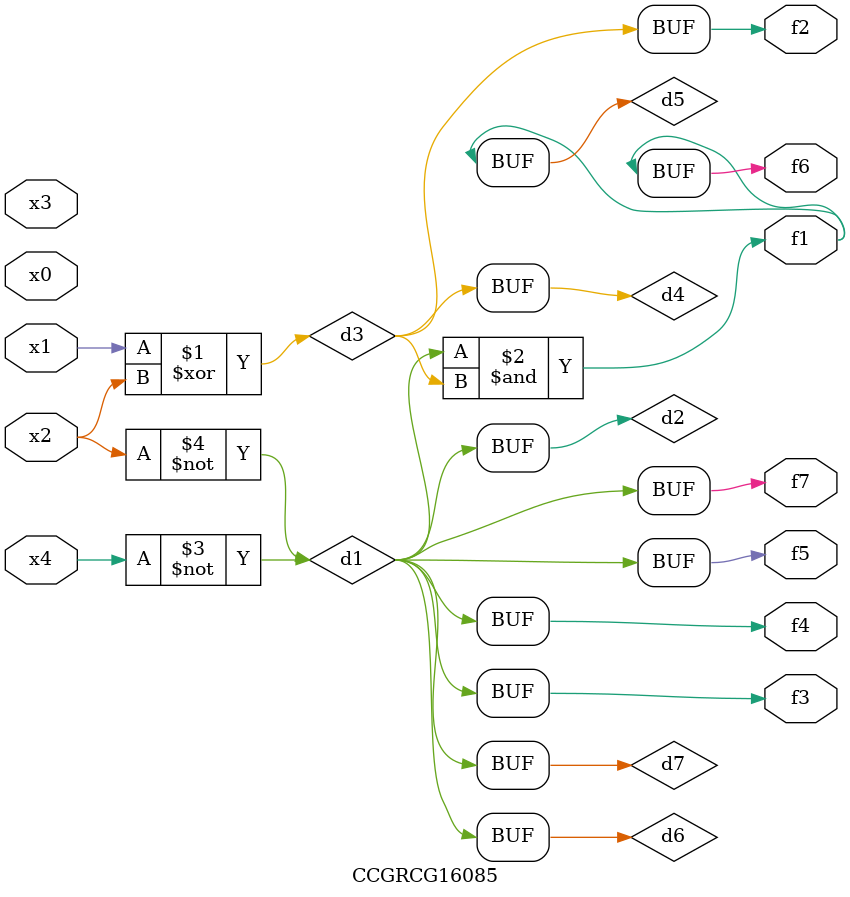
<source format=v>
module CCGRCG16085(
	input x0, x1, x2, x3, x4,
	output f1, f2, f3, f4, f5, f6, f7
);

	wire d1, d2, d3, d4, d5, d6, d7;

	not (d1, x4);
	not (d2, x2);
	xor (d3, x1, x2);
	buf (d4, d3);
	and (d5, d1, d3);
	buf (d6, d1, d2);
	buf (d7, d2);
	assign f1 = d5;
	assign f2 = d4;
	assign f3 = d7;
	assign f4 = d7;
	assign f5 = d7;
	assign f6 = d5;
	assign f7 = d7;
endmodule

</source>
